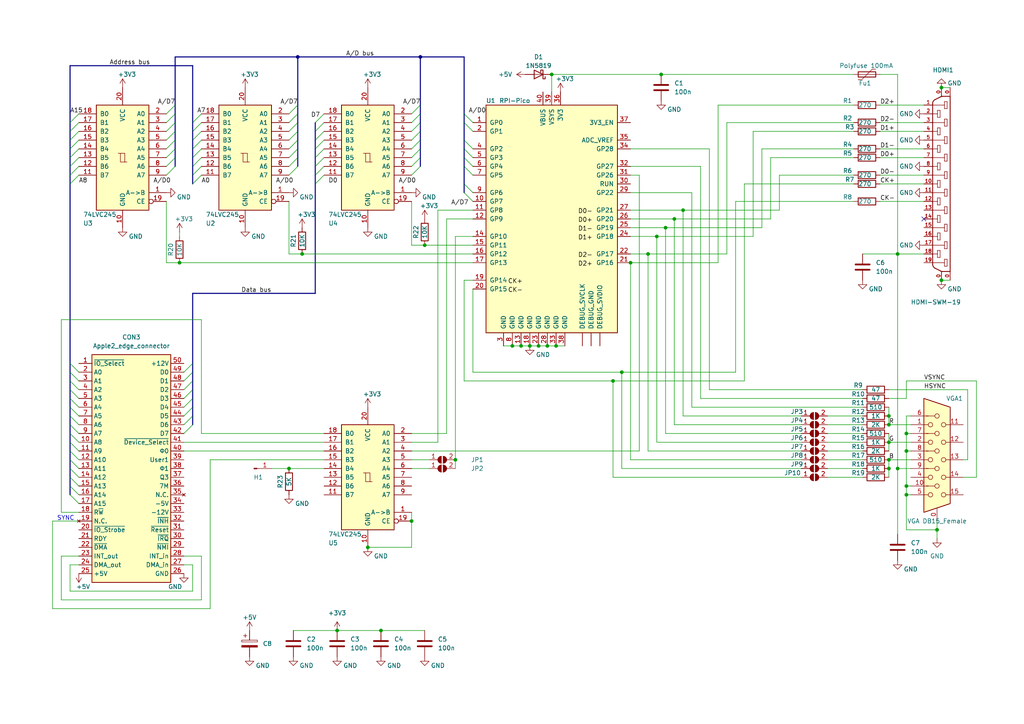
<source format=kicad_sch>
(kicad_sch (version 20230121) (generator eeschema)
  (paper "A4")
  (title_block (title "A2DVI.v1.6"))
  (lib_symbols
    (symbol "74xx:74LS245" (pin_names (offset 1.016))
      (property "Reference" "U" (at -7.62 16.51 0))
      (property "Value" "74LS245" (at -7.62 -16.51 0))
      (symbol "74LS245_1_0"
        (pin input line (at -12.7 -10.16 0) (length 5.08) (name "A->B") (number "1"))
        (pin power_in line (at 0 -20.32 90) (length 5.08) (name "GND") (number "10"))
        (pin tri_state line (at 12.7 -5.08 180) (length 5.08) (name "B7") (number "11"))
        (pin tri_state line (at 12.7 -2.54 180) (length 5.08) (name "B6") (number "12"))
        (pin tri_state line (at 12.7 0 180) (length 5.08) (name "B5") (number "13"))
        (pin tri_state line (at 12.7 2.54 180) (length 5.08) (name "B4") (number "14"))
        (pin tri_state line (at 12.7 5.08 180) (length 5.08) (name "B3") (number "15"))
        (pin tri_state line (at 12.7 7.62 180) (length 5.08) (name "B2") (number "16"))
        (pin tri_state line (at 12.7 10.16 180) (length 5.08) (name "B1") (number "17"))
        (pin tri_state line (at 12.7 12.7 180) (length 5.08) (name "B0") (number "18"))
        (pin input inverted (at -12.7 -12.7 0) (length 5.08) (name "CE") (number "19"))
        (pin tri_state line (at -12.7 12.7 0) (length 5.08) (name "A0") (number "2"))
        (pin power_in line (at 0 20.32 270) (length 5.08) (name "VCC") (number "20"))
        (pin tri_state line (at -12.7 10.16 0) (length 5.08) (name "A1") (number "3"))
        (pin tri_state line (at -12.7 7.62 0) (length 5.08) (name "A2") (number "4"))
        (pin tri_state line (at -12.7 5.08 0) (length 5.08) (name "A3") (number "5"))
        (pin tri_state line (at -12.7 2.54 0) (length 5.08) (name "A4") (number "6"))
        (pin tri_state line (at -12.7 0 0) (length 5.08) (name "A5") (number "7"))
        (pin tri_state line (at -12.7 -2.54 0) (length 5.08) (name "A6") (number "8"))
        (pin tri_state line (at -12.7 -5.08 0) (length 5.08) (name "A7") (number "9"))
      )
    )
    (symbol "Connector:Conn_01x01_Pin" (pin_names (offset 1.016) hide)
      (property "Reference" "J" (at 0 2.54 0))
      (property "Value" "Conn_01x01_Pin" (at 0 -2.54 0))
      (symbol "Conn_01x01_Pin_1_1"
        (pin passive line (at 5.08 0 180) (length 3.81) (name "Pin_1") (number "1"))
      )
    )
    (symbol "Connector:DB15_Female_HighDensity_MountingHoles" (pin_names (offset 1.016) hide)
      (property "Reference" "J" (at 0 21.59 0))
      (property "Value" "DB15_Female_HighDensity_MountingHoles" (at 0 19.05 0))
      (symbol "DB15_Female_HighDensity_MountingHoles_1_1"
        (pin passive line (at 0 -17.78 90) (length 3.81) (name "~") (number "0"))
        (pin passive line (at -7.62 10.16 0) (length 5.08) (name "~") (number "1"))
        (pin passive line (at -7.62 -7.62 0) (length 5.08) (name "~") (number "10"))
        (pin passive line (at 7.62 10.16 180) (length 5.08) (name "~") (number "11"))
        (pin passive line (at 7.62 5.08 180) (length 5.08) (name "~") (number "12"))
        (pin passive line (at 7.62 0 180) (length 5.08) (name "~") (number "13"))
        (pin passive line (at 7.62 -5.08 180) (length 5.08) (name "~") (number "14"))
        (pin passive line (at 7.62 -10.16 180) (length 5.08) (name "~") (number "15"))
        (pin passive line (at -7.62 5.08 0) (length 5.08) (name "~") (number "2"))
        (pin passive line (at -7.62 0 0) (length 5.08) (name "~") (number "3"))
        (pin passive line (at -7.62 -5.08 0) (length 5.08) (name "~") (number "4"))
        (pin passive line (at -7.62 -10.16 0) (length 5.08) (name "~") (number "5"))
        (pin passive line (at -7.62 12.7 0) (length 5.08) (name "~") (number "6"))
        (pin passive line (at -7.62 7.62 0) (length 5.08) (name "~") (number "7"))
        (pin passive line (at -7.62 2.54 0) (length 5.08) (name "~") (number "8"))
        (pin passive line (at -7.62 -2.54 0) (length 5.08) (name "~") (number "9"))
      )
    )
    (symbol "Device:C" (pin_numbers hide) (pin_names (offset 0.254))
      (property "Reference" "C" (at 0.635 2.54 0))
      (property "Value" "C" (at 0.635 -2.54 0))
      (symbol "C_1_1"
        (pin passive line (at 0 3.81 270) (length 2.794) (name "~") (number "1"))
        (pin passive line (at 0 -3.81 90) (length 2.794) (name "~") (number "2"))
      )
    )
    (symbol "Device:C_Polarized" (pin_numbers hide) (pin_names (offset 0.254))
      (property "Reference" "C" (at 0.635 2.54 0))
      (property "Value" "C_Polarized" (at 0.635 -2.54 0))
      (symbol "C_Polarized_1_1"
        (pin passive line (at 0 3.81 270) (length 2.794) (name "~") (number "1"))
        (pin passive line (at 0 -3.81 90) (length 2.794) (name "~") (number "2"))
      )
    )
    (symbol "Device:Polyfuse" (pin_numbers hide) (pin_names (offset 0))
      (property "Reference" "F" (at -2.54 0 90))
      (property "Value" "Polyfuse" (at 2.54 0 90))
      (symbol "Polyfuse_1_1"
        (pin passive line (at 0 3.81 270) (length 1.27) (name "~") (number "1"))
        (pin passive line (at 0 -3.81 90) (length 1.27) (name "~") (number "2"))
      )
    )
    (symbol "Device:R" (pin_numbers hide) (pin_names (offset 0))
      (property "Reference" "R" (at 2.032 0 90))
      (property "Value" "R" (at 0 0 90))
      (symbol "R_1_1"
        (pin passive line (at 0 3.81 270) (length 1.27) (name "~") (number "1"))
        (pin passive line (at 0 -3.81 90) (length 1.27) (name "~") (number "2"))
      )
    )
    (symbol "Diode:1N6857" (pin_numbers hide) (pin_names (offset 1.016) hide)
      (property "Reference" "D" (at 0 2.54 0))
      (property "Value" "1N6857" (at 0 -2.54 0))
      (symbol "1N6857_1_1"
        (pin passive line (at -3.81 0 0) (length 2.54) (name "K") (number "1"))
        (pin passive line (at 3.81 0 180) (length 2.54) (name "A") (number "2"))
      )
    )
    (symbol "Jumper:SolderJumper_2_Open" (pin_names (offset 0) hide)
      (property "Reference" "JP" (at 0 2.032 0))
      (property "Value" "SolderJumper_2_Open" (at 0 -2.54 0))
      (symbol "SolderJumper_2_Open_1_1"
        (pin passive line (at -3.81 0 0) (length 2.54) (name "A") (number "1"))
        (pin passive line (at 3.81 0 180) (length 2.54) (name "B") (number "2"))
      )
    )
    (symbol "MCU_Microchip_PIC16:RPI-Pico" (pin_names (offset 1.016))
      (property "Reference" "U" (at 6.35 35.56 0))
      (property "Value" "RPI-Pico" (at 6.35 33.02 0))
      (symbol "RPI-Pico_1_1"
        (pin power_in line (at 11.43 -38.1 90) (length 3.81) (name "DEBUG_GND") (number ""))
        (pin bidirectional line (at 8.89 -38.1 90) (length 3.81) (name "DEBUG_SVCLK") (number ""))
        (pin bidirectional line (at 13.97 -38.1 90) (length 3.81) (name "DEBUG_SVDIO") (number ""))
        (pin bidirectional line (at -22.86 26.67 0) (length 3.81) (name "GP0") (number "1"))
        (pin bidirectional line (at -22.86 3.81 0) (length 3.81) (name "GP7") (number "10"))
        (pin bidirectional line (at -22.86 1.27 0) (length 3.81) (name "GP8") (number "11"))
        (pin bidirectional line (at -22.86 -1.27 0) (length 3.81) (name "GP9") (number "12"))
        (pin power_in line (at -8.89 -38.1 90) (length 3.81) (name "GND") (number "13"))
        (pin bidirectional line (at -22.86 -6.35 0) (length 3.81) (name "GP10") (number "14"))
        (pin bidirectional line (at -22.86 -8.89 0) (length 3.81) (name "GP11") (number "15"))
        (pin bidirectional line (at -22.86 -11.43 0) (length 3.81) (name "GP12") (number "16"))
        (pin bidirectional line (at -22.86 -13.97 0) (length 3.81) (name "GP13") (number "17"))
        (pin power_in line (at -6.35 -38.1 90) (length 3.81) (name "GND") (number "18"))
        (pin bidirectional line (at -22.86 -19.05 0) (length 3.81) (name "GP14") (number "19"))
        (pin bidirectional line (at -22.86 24.13 0) (length 3.81) (name "GP1") (number "2"))
        (pin bidirectional line (at -22.86 -21.59 0) (length 3.81) (name "GP15") (number "20"))
        (pin bidirectional line (at 22.86 -13.97 180) (length 3.81) (name "GP16") (number "21"))
        (pin bidirectional line (at 22.86 -11.43 180) (length 3.81) (name "GP17") (number "22"))
        (pin power_in line (at -3.81 -38.1 90) (length 3.81) (name "GND") (number "23"))
        (pin bidirectional line (at 22.86 -6.35 180) (length 3.81) (name "GP18") (number "24"))
        (pin bidirectional line (at 22.86 -3.81 180) (length 3.81) (name "GP19") (number "25"))
        (pin bidirectional line (at 22.86 -1.27 180) (length 3.81) (name "GP20") (number "26"))
        (pin bidirectional line (at 22.86 1.27 180) (length 3.81) (name "GP21") (number "27"))
        (pin power_in line (at -1.27 -38.1 90) (length 3.81) (name "GND") (number "28"))
        (pin bidirectional line (at 22.86 6.35 180) (length 3.81) (name "GP22") (number "29"))
        (pin power_in line (at -13.97 -38.1 90) (length 3.81) (name "GND") (number "3"))
        (pin bidirectional line (at 22.86 8.89 180) (length 3.81) (name "RUN") (number "30"))
        (pin bidirectional line (at 22.86 11.43 180) (length 3.81) (name "GP26") (number "31"))
        (pin bidirectional line (at 22.86 13.97 180) (length 3.81) (name "GP27") (number "32"))
        (pin power_in line (at 1.27 -38.1 90) (length 3.81) (name "GND") (number "33"))
        (pin bidirectional line (at 22.86 19.05 180) (length 3.81) (name "GP28") (number "34"))
        (pin bidirectional line (at 22.86 21.59 180) (length 3.81) (name "ADC_VREF") (number "35"))
        (pin power_in line (at 2.54 35.56 270) (length 3.81) (name "3V3") (number "36"))
        (pin bidirectional line (at 22.86 26.67 180) (length 3.81) (name "3V3_EN") (number "37"))
        (pin power_in line (at 3.81 -38.1 90) (length 3.81) (name "GND") (number "38"))
        (pin power_in line (at 0 35.56 270) (length 3.81) (name "VSYS") (number "39"))
        (pin bidirectional line (at -22.86 19.05 0) (length 3.81) (name "GP2") (number "4"))
        (pin power_in line (at -2.54 35.56 270) (length 3.81) (name "VBUS") (number "40"))
        (pin bidirectional line (at -22.86 16.51 0) (length 3.81) (name "GP3") (number "5"))
        (pin bidirectional line (at -22.86 13.97 0) (length 3.81) (name "GP4") (number "6"))
        (pin bidirectional line (at -22.86 11.43 0) (length 3.81) (name "GP5") (number "7"))
        (pin power_in line (at -11.43 -38.1 90) (length 3.81) (name "GND") (number "8"))
        (pin bidirectional line (at -22.86 6.35 0) (length 3.81) (name "GP6") (number "9"))
      )
    )
    (symbol "Neo6502_Rev_B:GND" (power) (pin_names (offset 0))
      (property "Value" "GND" (at 0 -3.81 0))
      (symbol "GND_1_1"
        (pin power_in line (at 0 0 270) (length 0) hide (name "GND") (number "1"))
      )
    )
    (symbol "Neo6502_Rev_B:HDMI-SWM-19" (pin_names (offset 1.016) hide)
      (property "Reference" "HDMI" (at 2.54 25.4 0))
      (property "Value" "HDMI-SWM-19" (at 2.54 -27.94 0))
      (symbol "HDMI-SWM-19_1_1"
        (pin input line (at 0 27.94 270) (length 2.54) (name "20") (number "0"))
        (pin input line (at -2.54 27.94 270) (length 2.54) (name "21") (number "0"))
        (pin input line (at 0 -27.94 90) (length 2.54) (name "22") (number "0"))
        (pin input line (at -2.54 -27.94 90) (length 2.54) (name "23") (number "0"))
        (pin input line (at 5.08 22.86 180) (length 2.54) (name "1") (number "1"))
        (pin input line (at 5.08 0 180) (length 2.54) (name "10") (number "10"))
        (pin input line (at 5.08 -2.54 180) (length 2.54) (name "11") (number "11"))
        (pin input line (at 5.08 -5.08 180) (length 2.54) (name "12") (number "12"))
        (pin input line (at 5.08 -7.62 180) (length 2.54) (name "13") (number "13"))
        (pin input line (at 5.08 -10.16 180) (length 2.54) (name "14") (number "14"))
        (pin input line (at 5.08 -12.7 180) (length 2.54) (name "15") (number "15"))
        (pin input line (at 5.08 -15.24 180) (length 2.54) (name "16") (number "16"))
        (pin input line (at 5.08 -17.78 180) (length 2.54) (name "17") (number "17"))
        (pin input line (at 5.08 -20.32 180) (length 2.54) (name "18") (number "18"))
        (pin input line (at 5.08 -22.86 180) (length 2.54) (name "19") (number "19"))
        (pin input line (at 5.08 20.32 180) (length 2.54) (name "2") (number "2"))
        (pin input line (at 5.08 17.78 180) (length 2.54) (name "3") (number "3"))
        (pin input line (at 5.08 15.24 180) (length 2.54) (name "4") (number "4"))
        (pin input line (at 5.08 12.7 180) (length 2.54) (name "5") (number "5"))
        (pin input line (at 5.08 10.16 180) (length 2.54) (name "6") (number "6"))
        (pin input line (at 5.08 7.62 180) (length 2.54) (name "7") (number "7"))
        (pin input line (at 5.08 5.08 180) (length 2.54) (name "8") (number "8"))
        (pin input line (at 5.08 2.54 180) (length 2.54) (name "9") (number "9"))
      )
    )
    (symbol "Neo6502_Rev_B:R" (pin_numbers hide) (pin_names (offset 0))
      (property "Reference" "R" (at 0 2.032 0))
      (property "Value" "R" (at 0 0 0))
      (symbol "R_1_1"
        (pin passive line (at -3.81 0 0) (length 1.27) (name "~") (number "1"))
        (pin passive line (at 3.81 0 180) (length 1.27) (name "~") (number "2"))
      )
    )
    (symbol "Ralle_Library:Apple2_edge_connector"
      (property "Reference" "CON" (at 0 0 0))
      (property "Value" "Apple2_edge_connector" (at 0 -34.29 0))
      (symbol "Apple2_edge_connector_1_1"
        (pin output line (at -15.24 30.48 0) (length 3.81) (name "~{IO_Select}") (number "1"))
        (pin input line (at -15.24 7.62 0) (length 3.81) (name "A8") (number "10"))
        (pin input line (at -15.24 5.08 0) (length 3.81) (name "A9") (number "11"))
        (pin input line (at -15.24 2.54 0) (length 3.81) (name "A10") (number "12"))
        (pin input line (at -15.24 0 0) (length 3.81) (name "A11") (number "13"))
        (pin input line (at -15.24 -2.54 0) (length 3.81) (name "A12") (number "14"))
        (pin input line (at -15.24 -5.08 0) (length 3.81) (name "A13") (number "15"))
        (pin input line (at -15.24 -7.62 0) (length 3.81) (name "A14") (number "16"))
        (pin input line (at -15.24 -10.16 0) (length 3.81) (name "A15") (number "17"))
        (pin input line (at -15.24 -12.7 0) (length 3.81) (name "R~{W}") (number "18"))
        (pin no_connect line (at -15.24 -15.24 0) (length 3.81) (name "N.C.") (number "19"))
        (pin input line (at -15.24 27.94 0) (length 3.81) (name "A0") (number "2"))
        (pin input line (at -15.24 -17.78 0) (length 3.81) (name "~{IO_Strobe}") (number "20"))
        (pin input line (at -15.24 -20.32 0) (length 3.81) (name "RDY") (number "21"))
        (pin bidirectional line (at -15.24 -22.86 0) (length 3.81) (name "~{DMA}") (number "22"))
        (pin input line (at -15.24 -25.4 0) (length 3.81) (name "INT_out") (number "23"))
        (pin input line (at -15.24 -27.94 0) (length 3.81) (name "DMA_out") (number "24"))
        (pin power_in line (at -15.24 -30.48 0) (length 3.81) (name "+5V") (number "25"))
        (pin passive line (at 15.24 -30.48 180) (length 3.81) (name "GND") (number "26"))
        (pin output line (at 15.24 -27.94 180) (length 3.81) (name "DMA_in") (number "27"))
        (pin output line (at 15.24 -25.4 180) (length 3.81) (name "INT_in") (number "28"))
        (pin output line (at 15.24 -22.86 180) (length 3.81) (name "~{NMI}") (number "29"))
        (pin input line (at -15.24 25.4 0) (length 3.81) (name "A1") (number "3"))
        (pin output line (at 15.24 -20.32 180) (length 3.81) (name "~{IRQ}") (number "30"))
        (pin bidirectional line (at 15.24 -17.78 180) (length 3.81) (name "~{Reset}") (number "31"))
        (pin input line (at 15.24 -15.24 180) (length 3.81) (name "~{INH}") (number "32"))
        (pin power_in line (at 15.24 -12.7 180) (length 3.81) (name "-12V") (number "33"))
        (pin power_in line (at 15.24 -10.16 180) (length 3.81) (name "-5V") (number "34"))
        (pin no_connect line (at 15.24 -7.62 180) (length 3.81) (name "N.C.") (number "35"))
        (pin input line (at 15.24 -5.08 180) (length 3.81) (name "7M") (number "36"))
        (pin input line (at 15.24 -2.54 180) (length 3.81) (name "Q3") (number "37"))
        (pin input line (at 15.24 0 180) (length 3.81) (name "Ф1") (number "38"))
        (pin bidirectional line (at 15.24 2.54 180) (length 3.81) (name "User1") (number "39"))
        (pin input line (at -15.24 22.86 0) (length 3.81) (name "A2") (number "4"))
        (pin input line (at 15.24 5.08 180) (length 3.81) (name "Ф0") (number "40"))
        (pin input line (at 15.24 7.62 180) (length 3.81) (name "~{Device_Select}") (number "41"))
        (pin bidirectional line (at 15.24 10.16 180) (length 3.81) (name "D7") (number "42"))
        (pin bidirectional line (at 15.24 12.7 180) (length 3.81) (name "D6") (number "43"))
        (pin bidirectional line (at 15.24 15.24 180) (length 3.81) (name "D5") (number "44"))
        (pin bidirectional line (at 15.24 17.78 180) (length 3.81) (name "D4") (number "45"))
        (pin bidirectional line (at 15.24 20.32 180) (length 3.81) (name "D3") (number "46"))
        (pin bidirectional line (at 15.24 22.86 180) (length 3.81) (name "D2") (number "47"))
        (pin bidirectional line (at 15.24 25.4 180) (length 3.81) (name "D1") (number "48"))
        (pin bidirectional line (at 15.24 27.94 180) (length 3.81) (name "D0") (number "49"))
        (pin input line (at -15.24 20.32 0) (length 3.81) (name "A3") (number "5"))
        (pin power_in line (at 15.24 30.48 180) (length 3.81) (name "+12V") (number "50"))
        (pin input line (at -15.24 17.78 0) (length 3.81) (name "A4") (number "6"))
        (pin input line (at -15.24 15.24 0) (length 3.81) (name "A5") (number "7"))
        (pin input line (at -15.24 12.7 0) (length 3.81) (name "A6") (number "8"))
        (pin input line (at -15.24 10.16 0) (length 3.81) (name "A7") (number "9"))
      )
    )
    (symbol "power:+3V3" (power) (pin_names (offset 0))
      (property "Value" "+3V3" (at 0 3.556 0))
      (symbol "+3V3_1_1"
        (pin power_in line (at 0 0 90) (length 0) hide (name "+3V3") (number "1"))
      )
    )
    (symbol "power:+5V" (power) (pin_names (offset 0))
      (property "Value" "+5V" (at 0 3.556 0))
      (symbol "+5V_1_1"
        (pin power_in line (at 0 0 90) (length 0) hide (name "+5V") (number "1"))
      )
    )
    (symbol "power:GND" (power) (pin_names (offset 0))
      (property "Value" "GND" (at 0 -3.81 0))
      (symbol "GND_1_1"
        (pin power_in line (at 0 0 270) (length 0) hide (name "GND") (number "1"))
      )
    )
  )
  (junction (at 191.77 21.59))
  (junction (at 257.81 123.19))
  (junction (at 190.5 68.58))
  (junction (at 132.08 133.35))
  (junction (at 106.68 158.75))
  (junction (at 273.05 81.28))
  (junction (at 158.75 100.33))
  (junction (at 262.89 143.51))
  (junction (at 262.89 130.81))
  (junction (at 148.59 100.33))
  (junction (at 260.35 135.89))
  (junction (at 97.79 182.88))
  (junction (at 153.67 100.33))
  (junction (at 87.63 73.66))
  (junction (at 161.29 100.33))
  (junction (at 121.92 16.51))
  (junction (at 52.07 76.2))
  (junction (at 86.36 16.51))
  (junction (at 262.89 125.73))
  (junction (at 195.58 63.5))
  (junction (at 271.78 153.67))
  (junction (at 257.81 135.89))
  (junction (at 151.13 100.33))
  (junction (at 83.82 135.89))
  (junction (at 156.21 100.33))
  (junction (at 260.35 73.66))
  (junction (at 123.19 71.12))
  (junction (at 262.89 140.97))
  (junction (at 257.81 128.27))
  (junction (at 198.12 60.96))
  (junction (at 187.96 73.66))
  (junction (at 182.88 76.2))
  (junction (at 119.38 151.13))
  (junction (at 257.81 120.65))
  (junction (at 257.81 133.35))
  (junction (at 273.05 25.4))
  (junction (at 110.49 182.88))
  (junction (at 193.04 66.04))
  (junction (at 177.8 110.49))
  (junction (at 180.34 107.95))
  (junction (at 160.02 21.59))
  (no_connect (at 267.97 63.5))
  (bus_entry (at 83.82 43.18) (size 2.54 -2.54))
  (bus_entry (at 91.44 35.56) (size 2.54 -2.54))
  (bus_entry (at 91.44 38.1) (size 2.54 -2.54))
  (bus_entry (at 91.44 40.64) (size 2.54 -2.54))
  (bus_entry (at 91.44 43.18) (size 2.54 -2.54))
  (bus_entry (at 119.38 43.18) (size 2.54 -2.54))
  (bus_entry (at 119.38 40.64) (size 2.54 -2.54))
  (bus_entry (at 119.38 38.1) (size 2.54 -2.54))
  (bus_entry (at 119.38 35.56) (size 2.54 -2.54))
  (bus_entry (at 119.38 33.02) (size 2.54 -2.54))
  (bus_entry (at 83.82 33.02) (size 2.54 -2.54))
  (bus_entry (at 83.82 35.56) (size 2.54 -2.54))
  (bus_entry (at 83.82 38.1) (size 2.54 -2.54))
  (bus_entry (at 83.82 40.64) (size 2.54 -2.54))
  (bus_entry (at 83.82 48.26) (size 2.54 -2.54))
  (bus_entry (at 83.82 50.8) (size 2.54 -2.54))
  (bus_entry (at 55.88 50.8) (size 2.54 -2.54))
  (bus_entry (at 55.88 53.34) (size 2.54 -2.54))
  (bus_entry (at 55.88 48.26) (size 2.54 -2.54))
  (bus_entry (at 55.88 45.72) (size 2.54 -2.54))
  (bus_entry (at 55.88 43.18) (size 2.54 -2.54))
  (bus_entry (at 55.88 40.64) (size 2.54 -2.54))
  (bus_entry (at 55.88 38.1) (size 2.54 -2.54))
  (bus_entry (at 55.88 35.56) (size 2.54 -2.54))
  (bus_entry (at 83.82 45.72) (size 2.54 -2.54))
  (bus_entry (at 20.32 45.72) (size 2.54 -2.54))
  (bus_entry (at 20.32 48.26) (size 2.54 -2.54))
  (bus_entry (at 20.32 53.34) (size 2.54 -2.54))
  (bus_entry (at 20.32 50.8) (size 2.54 -2.54))
  (bus_entry (at 91.44 45.72) (size 2.54 -2.54))
  (bus_entry (at 91.44 48.26) (size 2.54 -2.54))
  (bus_entry (at 91.44 50.8) (size 2.54 -2.54))
  (bus_entry (at 91.44 53.34) (size 2.54 -2.54))
  (bus_entry (at 119.38 45.72) (size 2.54 -2.54))
  (bus_entry (at 119.38 48.26) (size 2.54 -2.54))
  (bus_entry (at 119.38 50.8) (size 2.54 -2.54))
  (bus_entry (at 48.26 43.18) (size 2.54 -2.54))
  (bus_entry (at 48.26 40.64) (size 2.54 -2.54))
  (bus_entry (at 20.32 35.56) (size 2.54 -2.54))
  (bus_entry (at 20.32 38.1) (size 2.54 -2.54))
  (bus_entry (at 20.32 40.64) (size 2.54 -2.54))
  (bus_entry (at 20.32 43.18) (size 2.54 -2.54))
  (bus_entry (at 48.26 45.72) (size 2.54 -2.54))
  (bus_entry (at 48.26 48.26) (size 2.54 -2.54))
  (bus_entry (at 48.26 50.8) (size 2.54 -2.54))
  (bus_entry (at 48.26 38.1) (size 2.54 -2.54))
  (bus_entry (at 48.26 35.56) (size 2.54 -2.54))
  (bus_entry (at 48.26 33.02) (size 2.54 -2.54))
  (bus_entry (at 53.34 107.95) (size 2.54 -2.54))
  (bus_entry (at 20.32 130.81) (size 2.54 2.54))
  (bus_entry (at 20.32 128.27) (size 2.54 2.54))
  (bus_entry (at 20.32 115.57) (size 2.54 2.54))
  (bus_entry (at 20.32 120.65) (size 2.54 2.54))
  (bus_entry (at 20.32 118.11) (size 2.54 2.54))
  (bus_entry (at 20.32 123.19) (size 2.54 2.54))
  (bus_entry (at 20.32 125.73) (size 2.54 2.54))
  (bus_entry (at 20.32 140.97) (size 2.54 2.54))
  (bus_entry (at 20.32 143.51) (size 2.54 2.54))
  (bus_entry (at 20.32 138.43) (size 2.54 2.54))
  (bus_entry (at 20.32 133.35) (size 2.54 2.54))
  (bus_entry (at 20.32 135.89) (size 2.54 2.54))
  (bus_entry (at 53.34 113.03) (size 2.54 -2.54))
  (bus_entry (at 53.34 110.49) (size 2.54 -2.54))
  (bus_entry (at 20.32 107.95) (size 2.54 2.54))
  (bus_entry (at 20.32 105.41) (size 2.54 2.54))
  (bus_entry (at 20.32 113.03) (size 2.54 2.54))
  (bus_entry (at 20.32 110.49) (size 2.54 2.54))
  (bus_entry (at 53.34 115.57) (size 2.54 -2.54))
  (bus_entry (at 53.34 118.11) (size 2.54 -2.54))
  (bus_entry (at 53.34 120.65) (size 2.54 -2.54))
  (bus_entry (at 53.34 123.19) (size 2.54 -2.54))
  (bus_entry (at 53.34 125.73) (size 2.54 -2.54))
  (bus_entry (at 134.62 33.02) (size 2.54 2.54))
  (bus_entry (at 134.62 35.56) (size 2.54 2.54))
  (bus_entry (at 134.62 40.64) (size 2.54 2.54))
  (bus_entry (at 134.62 43.18) (size 2.54 2.54))
  (bus_entry (at 134.62 45.72) (size 2.54 2.54))
  (bus_entry (at 134.62 55.88) (size 2.54 2.54))
  (bus_entry (at 134.62 48.26) (size 2.54 2.54))
  (bus_entry (at 134.62 53.34) (size 2.54 2.54))
  (wire (pts (xy 190.5 128.27) (xy 232.41 128.27)))
  (wire (pts (xy 137.16 83.82) (xy 137.16 107.95)))
  (wire (pts (xy 208.28 30.48) (xy 208.28 76.2)))
  (wire (pts (xy 210.82 35.56) (xy 247.65 35.56)))
  (wire (pts (xy 279.4 138.43) (xy 283.21 138.43)))
  (wire (pts (xy 78.74 135.89) (xy 83.82 135.89)))
  (bus (pts (xy 20.32 35.56) (xy 20.32 19.05)))
  (wire (pts (xy 182.88 48.26) (xy 203.2 48.26)))
  (wire (pts (xy 187.96 73.66) (xy 187.96 130.81)))
  (wire (pts (xy 48.26 58.42) (xy 48.26 76.2)))
  (wire (pts (xy 203.2 48.26) (xy 203.2 115.57)))
  (wire (pts (xy 267.97 45.72) (xy 255.27 45.72)))
  (wire (pts (xy 247.65 50.8) (xy 226.06 50.8)))
  (wire (pts (xy 247.65 43.18) (xy 220.98 43.18)))
  (wire (pts (xy 257.81 115.57) (xy 262.89 115.57)))
  (wire (pts (xy 182.88 76.2) (xy 208.28 76.2)))
  (wire (pts (xy 240.03 135.89) (xy 250.19 135.89)))
  (bus (pts (xy 55.88 35.56) (xy 55.88 38.1)))
  (bus (pts (xy 134.62 48.26) (xy 134.62 53.34)))
  (wire (pts (xy 185.42 130.81) (xy 185.42 50.8)))
  (bus (pts (xy 134.62 40.64) (xy 134.62 43.18)))
  (wire (pts (xy 60.96 133.35) (xy 93.98 133.35)))
  (bus (pts (xy 91.44 38.1) (xy 91.44 40.64)))
  (bus (pts (xy 55.88 120.65) (xy 55.88 123.19)))
  (wire (pts (xy 205.74 43.18) (xy 205.74 113.03)))
  (bus (pts (xy 20.32 115.57) (xy 20.32 113.03)))
  (wire (pts (xy 191.77 21.59) (xy 247.65 21.59)))
  (wire (pts (xy 182.88 133.35) (xy 232.41 133.35)))
  (wire (pts (xy 129.54 63.5) (xy 129.54 125.73)))
  (wire (pts (xy 267.97 35.56) (xy 255.27 35.56)))
  (bus (pts (xy 20.32 19.05) (xy 55.88 19.05)))
  (bus (pts (xy 121.92 16.51) (xy 134.62 16.51)))
  (wire (pts (xy 134.62 81.28) (xy 134.62 110.49)))
  (bus (pts (xy 91.44 40.64) (xy 91.44 43.18)))
  (bus (pts (xy 20.32 50.8) (xy 20.32 53.34)))
  (wire (pts (xy 262.89 140.97) (xy 262.89 143.51)))
  (wire (pts (xy 119.38 71.12) (xy 123.19 71.12)))
  (wire (pts (xy 182.88 76.2) (xy 182.88 133.35)))
  (wire (pts (xy 182.88 63.5) (xy 195.58 63.5)))
  (wire (pts (xy 132.08 133.35) (xy 132.08 135.89)))
  (bus (pts (xy 55.88 38.1) (xy 55.88 40.64)))
  (wire (pts (xy 52.07 76.2) (xy 137.16 76.2)))
  (wire (pts (xy 240.03 120.65) (xy 250.19 120.65)))
  (wire (pts (xy 17.78 148.59) (xy 17.78 92.71)))
  (bus (pts (xy 121.92 30.48) (xy 121.92 33.02)))
  (wire (pts (xy 264.16 143.51) (xy 262.89 143.51)))
  (wire (pts (xy 262.89 110.49) (xy 283.21 110.49)))
  (bus (pts (xy 20.32 128.27) (xy 20.32 125.73)))
  (wire (pts (xy 240.03 130.81) (xy 250.19 130.81)))
  (wire (pts (xy 182.88 55.88) (xy 200.66 55.88)))
  (wire (pts (xy 267.97 53.34) (xy 255.27 53.34)))
  (wire (pts (xy 257.81 118.11) (xy 257.81 120.65)))
  (wire (pts (xy 127 60.96) (xy 127 128.27)))
  (bus (pts (xy 121.92 38.1) (xy 121.92 40.64)))
  (wire (pts (xy 58.42 173.99) (xy 17.78 173.99)))
  (bus (pts (xy 86.36 35.56) (xy 86.36 38.1)))
  (bus (pts (xy 91.44 85.09) (xy 91.44 53.34)))
  (bus (pts (xy 20.32 107.95) (xy 20.32 105.41)))
  (wire (pts (xy 283.21 110.49) (xy 283.21 138.43)))
  (wire (pts (xy 119.38 130.81) (xy 185.42 130.81)))
  (bus (pts (xy 20.32 130.81) (xy 20.32 128.27)))
  (wire (pts (xy 218.44 68.58) (xy 190.5 68.58)))
  (bus (pts (xy 55.88 85.09) (xy 91.44 85.09)))
  (wire (pts (xy 58.42 161.29) (xy 58.42 173.99)))
  (wire (pts (xy 275.59 81.28) (xy 273.05 81.28)))
  (bus (pts (xy 134.62 53.34) (xy 134.62 55.88)))
  (wire (pts (xy 279.4 133.35) (xy 280.67 133.35)))
  (wire (pts (xy 110.49 182.88) (xy 123.19 182.88)))
  (wire (pts (xy 137.16 60.96) (xy 127 60.96)))
  (wire (pts (xy 137.16 63.5) (xy 129.54 63.5)))
  (bus (pts (xy 20.32 40.64) (xy 20.32 43.18)))
  (wire (pts (xy 257.81 135.89) (xy 257.81 138.43)))
  (wire (pts (xy 257.81 128.27) (xy 264.16 128.27)))
  (bus (pts (xy 91.44 48.26) (xy 91.44 50.8)))
  (wire (pts (xy 85.09 182.88) (xy 97.79 182.88)))
  (wire (pts (xy 17.78 173.99) (xy 17.78 161.29)))
  (bus (pts (xy 20.32 138.43) (xy 20.32 135.89)))
  (wire (pts (xy 187.96 130.81) (xy 232.41 130.81)))
  (bus (pts (xy 55.88 48.26) (xy 55.88 50.8)))
  (wire (pts (xy 97.79 182.88) (xy 110.49 182.88)))
  (bus (pts (xy 86.36 33.02) (xy 86.36 35.56)))
  (wire (pts (xy 182.88 68.58) (xy 190.5 68.58)))
  (wire (pts (xy 83.82 73.66) (xy 87.63 73.66)))
  (bus (pts (xy 91.44 43.18) (xy 91.44 45.72)))
  (bus (pts (xy 50.8 48.26) (xy 50.8 45.72)))
  (bus (pts (xy 55.88 107.95) (xy 55.88 110.49)))
  (bus (pts (xy 121.92 35.56) (xy 121.92 38.1)))
  (bus (pts (xy 20.32 38.1) (xy 20.32 40.64)))
  (wire (pts (xy 240.03 123.19) (xy 250.19 123.19)))
  (wire (pts (xy 119.38 71.12) (xy 119.38 58.42)))
  (wire (pts (xy 190.5 68.58) (xy 190.5 128.27)))
  (wire (pts (xy 15.24 151.13) (xy 15.24 176.53)))
  (bus (pts (xy 121.92 43.18) (xy 121.92 45.72)))
  (wire (pts (xy 220.98 43.18) (xy 220.98 66.04)))
  (wire (pts (xy 55.88 171.45) (xy 55.88 163.83)))
  (bus (pts (xy 50.8 38.1) (xy 50.8 35.56)))
  (wire (pts (xy 58.42 125.73) (xy 93.98 125.73)))
  (wire (pts (xy 153.67 100.33) (xy 156.21 100.33)))
  (wire (pts (xy 180.34 135.89) (xy 232.41 135.89)))
  (wire (pts (xy 210.82 35.56) (xy 210.82 73.66)))
  (wire (pts (xy 218.44 38.1) (xy 218.44 68.58)))
  (wire (pts (xy 260.35 73.66) (xy 267.97 73.66)))
  (wire (pts (xy 240.03 133.35) (xy 250.19 133.35)))
  (wire (pts (xy 215.9 110.49) (xy 177.8 110.49)))
  (wire (pts (xy 119.38 151.13) (xy 119.38 158.75)))
  (wire (pts (xy 20.32 163.83) (xy 20.32 171.45)))
  (bus (pts (xy 20.32 43.18) (xy 20.32 45.72)))
  (wire (pts (xy 119.38 133.35) (xy 124.46 133.35)))
  (wire (pts (xy 215.9 53.34) (xy 215.9 110.49)))
  (wire (pts (xy 260.35 21.59) (xy 260.35 73.66)))
  (wire (pts (xy 257.81 123.19) (xy 264.16 123.19)))
  (wire (pts (xy 182.88 60.96) (xy 198.12 60.96)))
  (bus (pts (xy 20.32 113.03) (xy 20.32 110.49)))
  (wire (pts (xy 193.04 66.04) (xy 193.04 125.73)))
  (wire (pts (xy 213.36 58.42) (xy 247.65 58.42)))
  (wire (pts (xy 83.82 58.42) (xy 83.82 73.66)))
  (wire (pts (xy 132.08 68.58) (xy 132.08 133.35)))
  (wire (pts (xy 53.34 163.83) (xy 55.88 163.83)))
  (wire (pts (xy 123.19 71.12) (xy 137.16 71.12)))
  (wire (pts (xy 255.27 21.59) (xy 260.35 21.59)))
  (wire (pts (xy 226.06 60.96) (xy 198.12 60.96)))
  (bus (pts (xy 55.88 85.09) (xy 55.88 105.41)))
  (wire (pts (xy 53.34 161.29) (xy 58.42 161.29)))
  (wire (pts (xy 119.38 135.89) (xy 124.46 135.89)))
  (wire (pts (xy 137.16 68.58) (xy 132.08 68.58)))
  (bus (pts (xy 20.32 53.34) (xy 20.32 105.41)))
  (wire (pts (xy 83.82 135.89) (xy 93.98 135.89)))
  (wire (pts (xy 203.2 115.57) (xy 250.19 115.57)))
  (wire (pts (xy 257.81 133.35) (xy 264.16 133.35)))
  (wire (pts (xy 220.98 66.04) (xy 193.04 66.04)))
  (wire (pts (xy 17.78 161.29) (xy 22.86 161.29)))
  (bus (pts (xy 55.88 113.03) (xy 55.88 115.57)))
  (wire (pts (xy 22.86 148.59) (xy 17.78 148.59)))
  (bus (pts (xy 121.92 40.64) (xy 121.92 43.18)))
  (bus (pts (xy 86.36 30.48) (xy 86.36 33.02)))
  (wire (pts (xy 223.52 63.5) (xy 195.58 63.5)))
  (wire (pts (xy 260.35 73.66) (xy 260.35 135.89)))
  (wire (pts (xy 20.32 163.83) (xy 22.86 163.83)))
  (wire (pts (xy 262.89 120.65) (xy 262.89 125.73)))
  (bus (pts (xy 134.62 35.56) (xy 134.62 40.64)))
  (wire (pts (xy 198.12 120.65) (xy 232.41 120.65)))
  (wire (pts (xy 180.34 107.95) (xy 137.16 107.95)))
  (wire (pts (xy 20.32 171.45) (xy 55.88 171.45)))
  (bus (pts (xy 50.8 43.18) (xy 50.8 40.64)))
  (bus (pts (xy 121.92 45.72) (xy 121.92 48.26)))
  (wire (pts (xy 200.66 55.88) (xy 200.66 118.11)))
  (wire (pts (xy 267.97 38.1) (xy 255.27 38.1)))
  (bus (pts (xy 86.36 16.51) (xy 86.36 30.48)))
  (wire (pts (xy 264.16 125.73) (xy 262.89 125.73)))
  (wire (pts (xy 213.36 58.42) (xy 213.36 107.95)))
  (wire (pts (xy 262.89 130.81) (xy 262.89 140.97)))
  (bus (pts (xy 50.8 33.02) (xy 50.8 30.48)))
  (bus (pts (xy 20.32 140.97) (xy 20.32 138.43)))
  (wire (pts (xy 267.97 50.8) (xy 255.27 50.8)))
  (wire (pts (xy 182.88 43.18) (xy 205.74 43.18)))
  (wire (pts (xy 262.89 153.67) (xy 271.78 153.67)))
  (wire (pts (xy 156.21 100.33) (xy 158.75 100.33)))
  (bus (pts (xy 55.88 45.72) (xy 55.88 48.26)))
  (bus (pts (xy 20.32 110.49) (xy 20.32 107.95)))
  (bus (pts (xy 134.62 33.02) (xy 134.62 35.56)))
  (wire (pts (xy 146.05 100.33) (xy 148.59 100.33)))
  (bus (pts (xy 55.88 19.05) (xy 55.88 35.56)))
  (wire (pts (xy 160.02 21.59) (xy 191.77 21.59)))
  (bus (pts (xy 91.44 45.72) (xy 91.44 48.26)))
  (wire (pts (xy 177.8 138.43) (xy 177.8 110.49)))
  (wire (pts (xy 177.8 138.43) (xy 232.41 138.43)))
  (wire (pts (xy 223.52 45.72) (xy 223.52 63.5)))
  (bus (pts (xy 55.88 40.64) (xy 55.88 43.18)))
  (wire (pts (xy 87.63 73.66) (xy 137.16 73.66)))
  (bus (pts (xy 55.88 50.8) (xy 55.88 53.34)))
  (wire (pts (xy 218.44 38.1) (xy 247.65 38.1)))
  (wire (pts (xy 271.78 156.21) (xy 271.78 153.67)))
  (bus (pts (xy 55.88 105.41) (xy 55.88 107.95)))
  (wire (pts (xy 187.96 73.66) (xy 210.82 73.66)))
  (wire (pts (xy 160.02 26.67) (xy 160.02 21.59)))
  (wire (pts (xy 182.88 73.66) (xy 187.96 73.66)))
  (bus (pts (xy 91.44 50.8) (xy 91.44 53.34)))
  (bus (pts (xy 86.36 43.18) (xy 86.36 45.72)))
  (bus (pts (xy 121.92 16.51) (xy 121.92 30.48)))
  (bus (pts (xy 20.32 125.73) (xy 20.32 123.19)))
  (bus (pts (xy 55.88 43.18) (xy 55.88 45.72)))
  (wire (pts (xy 182.88 66.04) (xy 193.04 66.04)))
  (wire (pts (xy 240.03 128.27) (xy 250.19 128.27)))
  (bus (pts (xy 50.8 35.56) (xy 50.8 33.02)))
  (bus (pts (xy 50.8 16.51) (xy 86.36 16.51)))
  (wire (pts (xy 260.35 135.89) (xy 260.35 154.94)))
  (wire (pts (xy 257.81 128.27) (xy 257.81 130.81)))
  (wire (pts (xy 262.89 143.51) (xy 262.89 153.67)))
  (wire (pts (xy 48.26 76.2) (xy 52.07 76.2)))
  (wire (pts (xy 134.62 81.28) (xy 137.16 81.28)))
  (wire (pts (xy 262.89 110.49) (xy 262.89 115.57)))
  (wire (pts (xy 247.65 45.72) (xy 223.52 45.72)))
  (wire (pts (xy 257.81 133.35) (xy 257.81 135.89)))
  (wire (pts (xy 195.58 123.19) (xy 232.41 123.19)))
  (wire (pts (xy 215.9 53.34) (xy 247.65 53.34)))
  (bus (pts (xy 20.32 118.11) (xy 20.32 115.57)))
  (bus (pts (xy 134.62 16.51) (xy 134.62 33.02)))
  (wire (pts (xy 262.89 125.73) (xy 262.89 130.81)))
  (wire (pts (xy 119.38 125.73) (xy 129.54 125.73)))
  (wire (pts (xy 119.38 148.59) (xy 119.38 151.13)))
  (wire (pts (xy 264.16 120.65) (xy 262.89 120.65)))
  (wire (pts (xy 185.42 50.8) (xy 182.88 50.8)))
  (wire (pts (xy 250.19 73.66) (xy 260.35 73.66)))
  (wire (pts (xy 226.06 50.8) (xy 226.06 60.96)))
  (wire (pts (xy 257.81 113.03) (xy 280.67 113.03)))
  (wire (pts (xy 205.74 113.03) (xy 250.19 113.03)))
  (wire (pts (xy 208.28 30.48) (xy 247.65 30.48)))
  (bus (pts (xy 20.32 120.65) (xy 20.32 118.11)))
  (wire (pts (xy 195.58 63.5) (xy 195.58 123.19)))
  (wire (pts (xy 193.04 125.73) (xy 232.41 125.73)))
  (wire (pts (xy 264.16 135.89) (xy 260.35 135.89)))
  (wire (pts (xy 257.81 125.73) (xy 257.81 128.27)))
  (wire (pts (xy 213.36 107.95) (xy 180.34 107.95)))
  (bus (pts (xy 20.32 133.35) (xy 20.32 130.81)))
  (wire (pts (xy 158.75 100.33) (xy 161.29 100.33)))
  (wire (pts (xy 119.38 128.27) (xy 127 128.27)))
  (bus (pts (xy 50.8 30.48) (xy 50.8 16.51)))
  (wire (pts (xy 264.16 140.97) (xy 262.89 140.97)))
  (bus (pts (xy 91.44 35.56) (xy 91.44 38.1)))
  (wire (pts (xy 52.07 68.58) (xy 52.07 67.31)))
  (bus (pts (xy 86.36 16.51) (xy 121.92 16.51)))
  (bus (pts (xy 20.32 45.72) (xy 20.32 48.26)))
  (wire (pts (xy 240.03 125.73) (xy 250.19 125.73)))
  (wire (pts (xy 177.8 110.49) (xy 134.62 110.49)))
  (wire (pts (xy 280.67 113.03) (xy 280.67 133.35)))
  (bus (pts (xy 50.8 40.64) (xy 50.8 38.1)))
  (wire (pts (xy 60.96 176.53) (xy 60.96 133.35)))
  (wire (pts (xy 271.78 153.67) (xy 271.78 151.13)))
  (bus (pts (xy 86.36 45.72) (xy 86.36 48.26)))
  (wire (pts (xy 119.38 158.75) (xy 106.68 158.75)))
  (wire (pts (xy 22.86 151.13) (xy 15.24 151.13)))
  (wire (pts (xy 151.13 100.33) (xy 153.67 100.33)))
  (wire (pts (xy 240.03 138.43) (xy 250.19 138.43)))
  (wire (pts (xy 198.12 60.96) (xy 198.12 120.65)))
  (bus (pts (xy 121.92 33.02) (xy 121.92 35.56)))
  (wire (pts (xy 257.81 120.65) (xy 257.81 123.19)))
  (bus (pts (xy 55.88 115.57) (xy 55.88 118.11)))
  (wire (pts (xy 275.59 25.4) (xy 273.05 25.4)))
  (bus (pts (xy 55.88 118.11) (xy 55.88 120.65)))
  (wire (pts (xy 17.78 92.71) (xy 58.42 92.71)))
  (wire (pts (xy 264.16 130.81) (xy 262.89 130.81)))
  (bus (pts (xy 55.88 110.49) (xy 55.88 113.03)))
  (bus (pts (xy 86.36 40.64) (xy 86.36 43.18)))
  (wire (pts (xy 200.66 118.11) (xy 250.19 118.11)))
  (bus (pts (xy 20.32 135.89) (xy 20.32 133.35)))
  (wire (pts (xy 267.97 58.42) (xy 255.27 58.42)))
  (wire (pts (xy 53.34 128.27) (xy 93.98 128.27)))
  (bus (pts (xy 20.32 143.51) (xy 20.32 140.97)))
  (bus (pts (xy 134.62 45.72) (xy 134.62 48.26)))
  (wire (pts (xy 58.42 92.71) (xy 58.42 125.73)))
  (wire (pts (xy 15.24 176.53) (xy 60.96 176.53)))
  (wire (pts (xy 267.97 30.48) (xy 255.27 30.48)))
  (wire (pts (xy 148.59 100.33) (xy 151.13 100.33)))
  (bus (pts (xy 20.32 35.56) (xy 20.32 38.1)))
  (bus (pts (xy 86.36 38.1) (xy 86.36 40.64)))
  (bus (pts (xy 134.62 43.18) (xy 134.62 45.72)))
  (bus (pts (xy 20.32 123.19) (xy 20.32 120.65)))
  (wire (pts (xy 53.34 130.81) (xy 93.98 130.81)))
  (bus (pts (xy 50.8 45.72) (xy 50.8 43.18)))
  (wire (pts (xy 267.97 43.18) (xy 255.27 43.18)))
  (bus (pts (xy 20.32 48.26) (xy 20.32 50.8)))
  (wire (pts (xy 161.29 100.33) (xy 163.83 100.33)))
  (wire (pts (xy 180.34 135.89) (xy 180.34 107.95)))
  (text "SYNC" (at 16.51 151.13 0) (effects (font (size 1.27 1.27)) (justify left bottom)))
  (label "D1-" (at 255.27 43.18 0))
  (label "CK-" (at 147.32 85.09 0))
  (label "A{slash}D0" (at 115.57 53.34 0))
  (label "A{slash}D7" (at 130.81 59.69 0))
  (label "D0+" (at 255.27 45.72 0))
  (label "D2+" (at 167.64 77.47 0))
  (label "B" (at 257.81 133.35 0))
  (label "D7" (at 90.17 34.29 0))
  (label "G" (at 257.81 128.27 0))
  (label "D1-" (at 167.64 67.31 0))
  (label "A{slash}D7" (at 45.72 30.48 0))
  (label "D2-" (at 255.27 35.56 0))
  (label "VSYNC" (at 267.97 110.49 0))
  (label "A{slash}D bus" (at 100.33 16.51 0))
  (label "A7" (at 57.15 33.02 0))
  (label "D0-" (at 167.64 62.23 0))
  (label "D2+" (at 255.27 30.48 0))
  (label "A0" (at 58.42 53.34 0))
  (label "A{slash}D7" (at 116.84 30.48 0))
  (label "A{slash}D0" (at 44.45 53.34 0))
  (label "Address bus" (at 31.75 19.05 0))
  (label "R" (at 257.81 123.19 0))
  (label "A{slash}D7" (at 81.28 30.48 0))
  (label "A{slash}D0" (at 135.89 33.02 0))
  (label "D0+" (at 167.64 64.77 0))
  (label "D0-" (at 255.27 50.8 0))
  (label "D2-" (at 167.64 74.93 0))
  (label "A{slash}D0" (at 80.01 53.34 0))
  (label "D1+" (at 255.27 38.1 0))
  (label "HSYNC" (at 267.97 113.03 0))
  (label "CK+" (at 255.27 53.34 0))
  (label "CK-" (at 255.27 58.42 0))
  (label "CK+" (at 147.32 82.55 0))
  (label "A15" (at 20.32 33.02 0))
  (label "D1+" (at 167.64 69.85 0))
  (label "A8" (at 22.86 53.34 0))
  (label "Data bus" (at 78.74 85.09 180))
  (label "D0" (at 95.25 53.34 0))
  (symbol (lib_id "Device:R") (at 254 113.03 90) (unit 1)
    (property "Reference" "R9" (at 248.92 111.76 90))
    (property "Value" "47" (at 254 113.03 90))
    (property "Footprint" "Resistor_SMD:R_0402_1005Metric_Pad0.72x0.64mm_HandSolder" (effects hide))
  )
  (symbol (lib_id "Device:R") (at 254 133.35 90) (unit 1)
    (property "Reference" "R17" (at 248.92 132.08 90))
    (property "Value" "510" (at 254 133.35 90))
    (property "Footprint" "Resistor_SMD:R_0402_1005Metric_Pad0.72x0.64mm_HandSolder" (effects hide))
  )
  (symbol (lib_id "power:+3V3") (at 123.19 63.5 0) (unit 1)
    (property "Reference" "#PWR018" (effects hide))
    (property "Value" "+3V3" (at 124.46 59.69 0))
  )
  (symbol (lib_id "power:+5V") (at 72.39 182.88 0) (unit 1)
    (property "Reference" "#PWR029" (effects hide))
    (property "Value" "+5V" (at 72.39 179.07 0))
  )
  (symbol (lib_id "Jumper:SolderJumper_2_Open") (at 236.22 123.19 0) (unit 1)
    (property "Reference" "JP4" (at 231.14 121.92 0))
    (property "Value" "SolderJumper_2_Open" (effects hide))
  )
  (symbol (lib_id "Neo6502_Rev_B:GND") (at 267.97 71.12 270) (mirror x) (unit 1)
    (property "Reference" "#PWR07" (effects hide))
    (property "Value" "GND" (at 262.89 71.12 90))
  )
  (symbol (lib_id "Device:R") (at 52.07 72.39 0) (unit 1)
    (property "Reference" "R20" (at 49.53 72.39 90))
    (property "Value" "10K" (at 52.07 72.39 90))
    (property "Footprint" "Resistor_SMD:R_0402_1005Metric_Pad0.72x0.64mm_HandSolder" (effects hide))
  )
  (symbol (lib_id "Device:C") (at 191.77 25.4 0) (unit 1)
    (property "Reference" "C1" (at 195.58 24.13 0) (effects (justify left)))
    (property "Value" "100n" (at 195.58 26.67 0) (effects (justify left)))
  )
  (symbol (lib_id "power:+3V3") (at 52.07 67.31 0) (unit 1)
    (property "Reference" "#PWR015" (effects hide))
    (property "Value" "+3V3" (at 53.34 63.5 0))
  )
  (symbol (lib_id "power:GND") (at 53.34 166.37 0) (unit 1)
    (property "Reference" "#PWR019" (effects hide))
    (property "Value" "GND" (at 50.8 170.18 0))
  )
  (symbol (lib_id "Neo6502_Rev_B:GND") (at 273.05 25.4 0) (mirror x) (unit 1)
    (property "Reference" "#PWR09" (effects hide))
    (property "Value" "GND" (at 276.86 24.13 0))
  )
  (symbol (lib_id "Neo6502_Rev_B:R") (at 251.46 58.42 0) (unit 1)
    (property "Reference" "R8" (at 244.475 57.15 0) (effects (justify left)))
    (property "Value" "270" (at 248.92 58.42 0) (effects (justify left)))
    (property "Fieldname 1" "Value 1" (effects hide))
    (property "Fieldname2" "Value2" (effects hide))
    (property "Fieldname3" "Value3" (effects hide))
  )
  (symbol (lib_id "Jumper:SolderJumper_2_Open") (at 236.22 120.65 0) (unit 1)
    (property "Reference" "JP3" (at 231.14 119.38 0))
    (property "Value" "SolderJumper_2_Open" (effects hide))
  )
  (symbol (lib_id "power:+3V3") (at 106.68 118.11 0) (unit 1)
    (property "Reference" "#PWR024" (effects hide))
    (property "Value" "+3V3" (at 107.95 114.3 0))
  )
  (symbol (lib_id "power:GND") (at 83.82 143.51 0) (unit 1)
    (property "Reference" "#PWR028" (effects hide))
    (property "Value" "GND" (at 87.63 146.05 0))
  )
  (symbol (lib_id "MCU_Microchip_PIC16:RPI-Pico") (at 160.02 62.23 0) (unit 1)
    (property "Reference" "U1" (at 140.97 29.21 0) (effects (justify left)))
    (property "Value" "RPI-Pico" (at 144.78 29.21 0) (effects (justify left)))
    (property "Datasheet" "RPI-Pico" (effects hide))
  )
  (symbol (lib_id "power:GND") (at 71.12 66.04 0) (unit 1)
    (property "Reference" "#PWR02" (effects hide))
    (property "Value" "GND" (at 74.93 68.58 0))
  )
  (symbol (lib_id "power:GND") (at 250.19 81.28 0) (unit 1)
    (property "Reference" "#PWR?" (effects hide))
    (property "Value" "GND" (at 254 83.82 0))
  )
  (symbol (lib_id "power:GND") (at 271.78 156.21 0) (unit 1)
    (property "Reference" "#PWR026" (effects hide))
    (property "Value" "GND" (at 271.78 161.29 0))
  )
  (symbol (lib_id "Diode:1N6857") (at 156.21 21.59 180) (unit 1)
    (property "Reference" "D1" (at 156.21 16.51 0))
    (property "Value" "1N5819" (at 156.21 19.05 0))
    (property "Footprint" "Diode_THT:D_DO-35_SOD27_P7.62mm_Horizontal" (effects hide))
    (property "Datasheet" "https://www.microsemi.com/document-portal/doc_download/8865-lds-0040-datasheet" (effects hide))
  )
  (symbol (lib_id "Jumper:SolderJumper_2_Open") (at 236.22 135.89 0) (unit 1)
    (property "Reference" "JP9" (at 231.14 134.62 0))
    (property "Value" "SolderJumper_2_Open" (effects hide))
  )
  (symbol (lib_id "power:+3V3") (at 87.63 66.04 0) (unit 1)
    (property "Reference" "#PWR014" (effects hide))
    (property "Value" "+3V3" (at 88.9 62.23 0))
  )
  (symbol (lib_id "power:GND") (at 123.19 190.5 0) (unit 1)
    (property "Reference" "#PWR?" (effects hide))
    (property "Value" "GND" (at 127 193.04 0))
  )
  (symbol (lib_id "power:GND") (at 97.79 190.5 0) (unit 1)
    (property "Reference" "#PWR022" (effects hide))
    (property "Value" "GND" (at 101.6 193.04 0))
  )
  (symbol (lib_id "Device:C") (at 110.49 186.69 0) (unit 1)
    (property "Reference" "C4" (at 114.3 185.42 0) (effects (justify left)))
    (property "Value" "100n" (at 114.3 187.96 0) (effects (justify left)))
  )
  (symbol (lib_id "Neo6502_Rev_B:GND") (at 267.97 55.88 270) (mirror x) (unit 1)
    (property "Reference" "#PWR06" (effects hide))
    (property "Value" "GND" (at 262.89 55.88 90))
  )
  (symbol (lib_id "power:GND") (at 153.67 100.33 0) (unit 1)
    (property "Reference" "#PWR?" (effects hide))
    (property "Value" "GND" (at 157.48 102.87 0))
  )
  (symbol (lib_id "Neo6502_Rev_B:GND") (at 267.97 48.26 270) (mirror x) (unit 1)
    (property "Reference" "#PWR05" (effects hide))
    (property "Value" "GND" (at 262.89 48.26 90))
  )
  (symbol (lib_id "Device:C_Polarized") (at 72.39 186.69 0) (unit 1)
    (property "Reference" "C8" (at 76.2 186.69 0) (effects (justify left)))
    (property "Value" "220u" (effects hide))
  )
  (symbol (lib_id "Device:R") (at 254 115.57 90) (unit 1)
    (property "Reference" "R10" (at 248.92 114.3 90))
    (property "Value" "47" (at 254 115.57 90))
    (property "Footprint" "Resistor_SMD:R_0402_1005Metric_Pad0.72x0.64mm_HandSolder" (effects hide))
  )
  (symbol (lib_id "74xx:74LS245") (at 35.56 45.72 0) (mirror y) (unit 1)
    (property "Reference" "U3" (at 24.13 64.77 0) (effects (justify right)))
    (property "Value" "74LVC245" (at 24.13 62.23 0) (effects (justify right)))
    (property "Datasheet" "http://www.ti.com/lit/gpn/sn74LS245" (effects hide))
  )
  (symbol (lib_id "Neo6502_Rev_B:GND") (at 267.97 40.64 270) (mirror x) (unit 1)
    (property "Reference" "#PWR04" (effects hide))
    (property "Value" "GND" (at 262.89 40.64 90))
  )
  (symbol (lib_id "Jumper:SolderJumper_2_Open") (at 128.27 135.89 0) (unit 1)
    (property "Reference" "JP2" (at 138.43 135.89 0))
    (property "Value" "SolderJumper_2_Open" (effects hide))
  )
  (symbol (lib_id "power:GND") (at 119.38 55.88 90) (unit 1)
    (property "Reference" "#PWR036" (effects hide))
    (property "Value" "GND" (at 124.46 57.15 90))
  )
  (symbol (lib_id "74xx:74LS245") (at 106.68 45.72 0) (mirror y) (unit 1)
    (property "Reference" "U4" (at 95.25 64.77 0) (effects (justify right)))
    (property "Value" "74LVC245" (at 95.25 62.23 0) (effects (justify right)))
    (property "Datasheet" "http://www.ti.com/lit/gpn/sn74LS245" (effects hide))
  )
  (symbol (lib_id "Device:R") (at 254 128.27 90) (unit 1)
    (property "Reference" "R15" (at 248.92 127 90))
    (property "Value" "1K" (at 254 128.27 90))
    (property "Footprint" "Resistor_SMD:R_0402_1005Metric_Pad0.72x0.64mm_HandSolder" (effects hide))
  )
  (symbol (lib_id "power:GND") (at 106.68 158.75 0) (unit 1)
    (property "Reference" "#PWR025" (effects hide))
    (property "Value" "GND" (at 110.49 161.29 0))
  )
  (symbol (lib_id "Device:R") (at 254 123.19 90) (unit 1)
    (property "Reference" "R13" (at 248.92 121.92 90))
    (property "Value" "2K" (at 254 123.19 90))
    (property "Footprint" "Resistor_SMD:R_0402_1005Metric_Pad0.72x0.64mm_HandSolder" (effects hide))
  )
  (symbol (lib_id "Device:Polyfuse") (at 251.46 21.59 90) (unit 1)
    (property "Reference" "Fu1" (at 252.73 24.13 90) (effects (justify left)))
    (property "Value" "Polyfuse 100mA" (at 259.08 19.05 90) (effects (justify left)))
    (property "Datasheet" "MF-R020" (effects hide))
  )
  (symbol (lib_id "Device:C") (at 123.19 186.69 0) (unit 1)
    (property "Reference" "C5" (at 127 185.42 0) (effects (justify left)))
    (property "Value" "100n" (at 127 187.96 0) (effects (justify left)))
  )
  (symbol (lib_id "Device:R") (at 123.19 67.31 0) (unit 1)
    (property "Reference" "R22" (at 120.65 67.31 90))
    (property "Value" "10K" (at 123.19 67.31 90))
    (property "Footprint" "Resistor_SMD:R_0402_1005Metric_Pad0.72x0.64mm_HandSolder" (effects hide))
  )
  (symbol (lib_id "Device:C") (at 260.35 158.75 0) (unit 1)
    (property "Reference" "C7" (at 264.16 157.48 0) (effects (justify left)))
    (property "Value" "100n" (at 264.16 160.02 0) (effects (justify left)))
  )
  (symbol (lib_id "Device:R") (at 254 138.43 90) (unit 1)
    (property "Reference" "R19" (at 248.92 137.16 90))
    (property "Value" "2K" (at 254 138.43 90))
    (property "Footprint" "Resistor_SMD:R_0402_1005Metric_Pad0.72x0.64mm_HandSolder" (effects hide))
  )
  (symbol (lib_id "Device:R") (at 87.63 69.85 0) (unit 1)
    (property "Reference" "R21" (at 85.09 69.85 90))
    (property "Value" "10K" (at 87.63 69.85 90))
    (property "Footprint" "Resistor_SMD:R_0402_1005Metric_Pad0.72x0.64mm_HandSolder" (effects hide))
  )
  (symbol (lib_id "power:GND") (at 35.56 66.04 0) (unit 1)
    (property "Reference" "#PWR012" (effects hide))
    (property "Value" "GND" (at 39.37 68.58 0))
  )
  (symbol (lib_id "power:GND") (at 85.09 190.5 0) (unit 1)
    (property "Reference" "#PWR023" (effects hide))
    (property "Value" "GND" (at 88.9 193.04 0))
  )
  (symbol (lib_id "Neo6502_Rev_B:R") (at 251.46 53.34 0) (unit 1)
    (property "Reference" "R7" (at 245.11 52.07 0) (effects (justify left)))
    (property "Value" "270" (at 248.92 53.34 0) (effects (justify left)))
    (property "Fieldname 1" "Value 1" (effects hide))
    (property "Fieldname2" "Value2" (effects hide))
    (property "Fieldname3" "Value3" (effects hide))
  )
  (symbol (lib_id "Jumper:SolderJumper_2_Open") (at 128.27 133.35 0) (unit 1)
    (property "Reference" "JP1" (at 138.43 133.35 0))
    (property "Value" "SolderJumper_2_Open" (effects hide))
  )
  (symbol (lib_id "74xx:74LS245") (at 106.68 138.43 0) (mirror y) (unit 1)
    (property "Reference" "U5" (at 95.25 157.48 0) (effects (justify right)))
    (property "Value" "74LVC245" (at 95.25 154.94 0) (effects (justify right)))
    (property "Datasheet" "http://www.ti.com/lit/gpn/sn74LS245" (effects hide))
  )
  (symbol (lib_id "Device:C") (at 250.19 77.47 0) (unit 1)
    (property "Reference" "C6" (at 254 76.2 0) (effects (justify left)))
    (property "Value" "100n" (at 254 78.74 0) (effects (justify left)))
  )
  (symbol (lib_id "Device:R") (at 254 118.11 90) (unit 1)
    (property "Reference" "R11" (at 248.92 116.84 90))
    (property "Value" "510" (at 254 118.11 90))
    (property "Footprint" "Resistor_SMD:R_0402_1005Metric_Pad0.72x0.64mm_HandSolder" (effects hide))
  )
  (symbol (lib_id "power:+3V3") (at 162.56 26.67 0) (unit 1)
    (property "Reference" "#PWR?" (effects hide))
    (property "Value" "+3V3" (at 163.83 22.86 0))
  )
  (symbol (lib_id "power:GND") (at 110.49 190.5 0) (unit 1)
    (property "Reference" "#PWR021" (effects hide))
    (property "Value" "GND" (at 114.3 193.04 0))
  )
  (symbol (lib_id "power:+5V") (at 152.4 21.59 90) (unit 1)
    (property "Reference" "#PWR032" (effects hide))
    (property "Value" "+5V" (at 148.59 21.59 90) (effects (justify left)))
  )
  (symbol (lib_id "power:GND") (at 260.35 162.56 0) (unit 1)
    (property "Reference" "#PWR?" (effects hide))
    (property "Value" "GND" (at 264.16 165.1 0))
  )
  (symbol (lib_id "power:GND") (at 48.26 55.88 90) (unit 1)
    (property "Reference" "#PWR011" (effects hide))
    (property "Value" "GND" (at 53.34 57.15 90))
  )
  (symbol (lib_id "power:+3V3") (at 106.68 25.4 0) (unit 1)
    (property "Reference" "#PWR017" (effects hide))
    (property "Value" "+3V3" (at 107.95 21.59 0))
  )
  (symbol (lib_id "power:GND") (at 191.77 29.21 0) (unit 1)
    (property "Reference" "#PWR038" (effects hide))
    (property "Value" "GND" (at 195.58 31.75 0))
  )
  (symbol (lib_id "Jumper:SolderJumper_2_Open") (at 236.22 133.35 0) (unit 1)
    (property "Reference" "JP8" (at 231.14 132.08 0))
    (property "Value" "SolderJumper_2_Open" (effects hide))
  )
  (symbol (lib_id "Device:C") (at 85.09 186.69 0) (unit 1)
    (property "Reference" "C2" (at 88.9 185.42 0) (effects (justify left)))
    (property "Value" "100n" (at 88.9 187.96 0) (effects (justify left)))
  )
  (symbol (lib_id "Device:R") (at 254 125.73 90) (unit 1)
    (property "Reference" "R14" (at 248.92 124.46 90))
    (property "Value" "510" (at 254 125.73 90))
    (property "Footprint" "Resistor_SMD:R_0402_1005Metric_Pad0.72x0.64mm_HandSolder" (effects hide))
  )
  (symbol (lib_id "Neo6502_Rev_B:R") (at 251.46 38.1 0) (unit 1)
    (property "Reference" "R3" (at 245.11 36.83 0) (effects (justify left)))
    (property "Value" "270" (at 248.92 38.1 0) (effects (justify left)))
    (property "Fieldname 1" "Value 1" (effects hide))
    (property "Fieldname2" "Value2" (effects hide))
    (property "Fieldname3" "Value3" (effects hide))
  )
  (symbol (lib_id "Device:R") (at 254 135.89 90) (unit 1)
    (property "Reference" "R18" (at 248.92 134.62 90))
    (property "Value" "1K" (at 254 135.89 90))
    (property "Footprint" "Resistor_SMD:R_0402_1005Metric_Pad0.72x0.64mm_HandSolder" (effects hide))
  )
  (symbol (lib_id "Neo6502_Rev_B:GND") (at 273.05 81.28 0) (mirror y) (unit 1)
    (property "Reference" "#PWR010" (effects hide))
    (property "Value" "GND" (at 276.86 83.82 0))
  )
  (symbol (lib_id "Neo6502_Rev_B:R") (at 251.46 35.56 0) (unit 1)
    (property "Reference" "R2" (at 244.475 34.29 0) (effects (justify left)))
    (property "Value" "270" (at 248.92 35.56 0) (effects (justify left)))
    (property "Fieldname 1" "Value 1" (effects hide))
    (property "Fieldname2" "Value2" (effects hide))
    (property "Fieldname3" "Value3" (effects hide))
  )
  (symbol (lib_id "Connector:DB15_Female_HighDensity_MountingHoles") (at 271.78 133.35 0) (unit 1)
    (property "Reference" "VGA1" (at 276.86 115.57 0))
    (property "Value" "VGA DB15_Female" (at 271.78 151.13 0))
    (property "Footprint" "Connector_Dsub:DSUB-15-HD_Female_Horizontal_P2.29x1.98mm_EdgePinOffset3.03mm_Housed_MountingHolesOffset4.94mm" (effects hide))
    (property "Datasheet" " ~" (effects hide))
  )
  (symbol (lib_id "Jumper:SolderJumper_2_Open") (at 236.22 130.81 0) (unit 1)
    (property "Reference" "JP7" (at 231.14 129.54 0))
    (property "Value" "SolderJumper_2_Open" (effects hide))
  )
  (symbol (lib_id "Device:R") (at 254 120.65 90) (unit 1)
    (property "Reference" "R12" (at 248.92 119.38 90))
    (property "Value" "1K" (at 254 120.65 90))
    (property "Footprint" "Resistor_SMD:R_0402_1005Metric_Pad0.72x0.64mm_HandSolder" (effects hide))
  )
  (symbol (lib_id "Device:R") (at 83.82 139.7 0) (unit 1)
    (property "Reference" "R23" (at 81.28 139.7 90))
    (property "Value" "5K" (at 83.82 139.7 90))
    (property "Footprint" "Resistor_SMD:R_0402_1005Metric_Pad0.72x0.64mm_HandSolder" (effects hide))
  )
  (symbol (lib_id "74xx:74LS245") (at 71.12 45.72 0) (mirror y) (unit 1)
    (property "Reference" "U2" (at 59.69 64.77 0) (effects (justify right)))
    (property "Value" "74LVC245" (at 59.69 62.23 0) (effects (justify right)))
    (property "Datasheet" "http://www.ti.com/lit/gpn/sn74LS245" (effects hide))
  )
  (symbol (lib_id "Neo6502_Rev_B:R") (at 251.46 30.48 0) (unit 1)
    (property "Reference" "R1" (at 244.475 29.21 0) (effects (justify left)))
    (property "Value" "270" (at 248.92 30.48 0) (effects (justify left)))
    (property "Fieldname 1" "Value 1" (effects hide))
    (property "Fieldname2" "Value2" (effects hide))
    (property "Fieldname3" "Value3" (effects hide))
  )
  (symbol (lib_id "Connector:Conn_01x01_Pin") (at 73.66 135.89 0) (unit 1)
    (property "Reference" "H1" (at 74.93 138.43 0))
    (property "Value" "Conn_01x01_Pin" (effects hide))
  )
  (symbol (lib_id "power:GND") (at 106.68 66.04 0) (unit 1)
    (property "Reference" "#PWR016" (effects hide))
    (property "Value" "GND" (at 110.49 68.58 0))
  )
  (symbol (lib_id "power:GND") (at 72.39 190.5 0) (unit 1)
    (property "Reference" "#PWR027" (effects hide))
    (property "Value" "GND" (at 76.2 193.04 0))
  )
  (symbol (lib_id "Jumper:SolderJumper_2_Open") (at 236.22 125.73 0) (unit 1)
    (property "Reference" "JP5" (at 231.14 124.46 0))
    (property "Value" "SolderJumper_2_Open" (effects hide))
  )
  (symbol (lib_id "Device:R") (at 254 130.81 90) (unit 1)
    (property "Reference" "R16" (at 248.92 129.54 90))
    (property "Value" "2K" (at 254 130.81 90))
    (property "Footprint" "Resistor_SMD:R_0402_1005Metric_Pad0.72x0.64mm_HandSolder" (effects hide))
  )
  (symbol (lib_id "Neo6502_Rev_B:R") (at 251.46 43.18 0) (unit 1)
    (property "Reference" "R4" (at 244.475 41.91 0) (effects (justify left)))
    (property "Value" "270" (at 248.92 43.18 0) (effects (justify left)))
    (property "Fieldname 1" "Value 1" (effects hide))
    (property "Fieldname2" "Value2" (effects hide))
    (property "Fieldname3" "Value3" (effects hide))
  )
  (symbol (lib_id "Device:C") (at 97.79 186.69 0) (unit 1)
    (property "Reference" "C3" (at 101.6 185.42 0) (effects (justify left)))
    (property "Value" "100n" (at 101.6 187.96 0) (effects (justify left)))
  )
  (symbol (lib_id "power:+3V3") (at 35.56 25.4 0) (unit 1)
    (property "Reference" "#PWR013" (effects hide))
    (property "Value" "+3V3" (at 36.83 21.59 0))
  )
  (symbol (lib_id "Neo6502_Rev_B:HDMI-SWM-19") (at 273.05 53.34 0) (mirror y) (unit 1)
    (property "Reference" "HDMI1" (at 270.51 20.32 0) (effects (justify right)))
    (property "Value" "HDMI-SWM-19" (at 264.16 87.63 0) (effects (justify right)))
  )
  (symbol (lib_id "Neo6502_Rev_B:R") (at 251.46 50.8 0) (unit 1)
    (property "Reference" "R6" (at 244.475 49.53 0) (effects (justify left)))
    (property "Value" "270" (at 248.92 50.8 0) (effects (justify left)))
    (property "Fieldname 1" "Value 1" (effects hide))
    (property "Fieldname2" "Value2" (effects hide))
    (property "Fieldname3" "Value3" (effects hide))
  )
  (symbol (lib_id "Neo6502_Rev_B:GND") (at 267.97 33.02 270) (mirror x) (unit 1)
    (property "Reference" "#PWR03" (effects hide))
    (property "Value" "GND" (at 262.89 33.02 90))
  )
  (symbol (lib_id "Jumper:SolderJumper_2_Open") (at 236.22 128.27 0) (unit 1)
    (property "Reference" "JP6" (at 231.14 127 0))
    (property "Value" "SolderJumper_2_Open" (effects hide))
  )
  (symbol (lib_id "Neo6502_Rev_B:R") (at 251.46 45.72 0) (unit 1)
    (property "Reference" "R5" (at 244.475 44.45 0) (effects (justify left)))
    (property "Value" "270" (at 248.92 45.72 0) (effects (justify left)))
    (property "Fieldname 1" "Value 1" (effects hide))
    (property "Fieldname2" "Value2" (effects hide))
    (property "Fieldname3" "Value3" (effects hide))
  )
  (symbol (lib_id "Ralle_Library:Apple2_edge_connector") (at 38.1 135.89 0) (unit 1)
    (property "Reference" "CON3" (at 38.1 97.79 0))
    (property "Value" "Apple2_edge_connector" (at 38.1 100.33 0))
    (property "Footprint" "AppleII:Connector Apple II" (effects hide))
  )
  (symbol (lib_id "power:+5V") (at 22.86 166.37 180) (unit 1)
    (property "Reference" "#PWR020" (effects hide))
    (property "Value" "+5V" (at 24.13 170.18 0))
  )
  (symbol (lib_id "Jumper:SolderJumper_2_Open") (at 236.22 138.43 0) (unit 1)
    (property "Reference" "JP10" (at 229.87 137.16 0))
    (property "Value" "SolderJumper_2_Open" (effects hide))
  )
  (symbol (lib_id "power:+3V3") (at 71.12 25.4 0) (unit 1)
    (property "Reference" "#PWR01" (effects hide))
    (property "Value" "+3V3" (at 72.39 21.59 0))
  )
  (symbol (lib_id "power:+3V3") (at 97.79 182.88 0) (unit 1)
    (property "Reference" "#PWR?" (effects hide))
    (property "Value" "+3V3" (at 97.79 177.8 0))
  )
  (symbol (lib_id "power:GND") (at 83.82 55.88 90) (unit 1)
    (property "Reference" "#PWR08" (effects hide))
    (property "Value" "GND" (at 88.9 57.15 90))
  )
)
</source>
